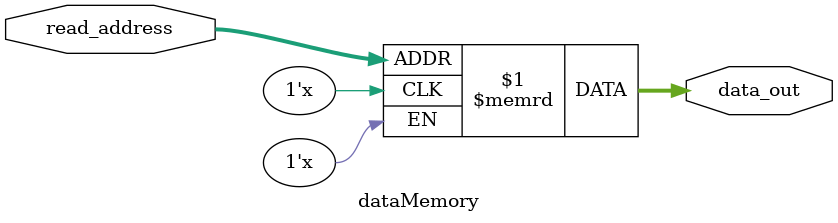
<source format=v>
module  dataMemory #(parameter WORD_SIZE=16,parameter ADDRESS_SIZE=12) (read_address,data_out);
input [ADDRESS_SIZE-1:0]read_address;
output  [WORD_SIZE-1:0] data_out;

reg [WORD_SIZE-1:0] memory[2 ** ADDRESS_SIZE -1:0];
assign data_out=memory[read_address];
endmodule

</source>
